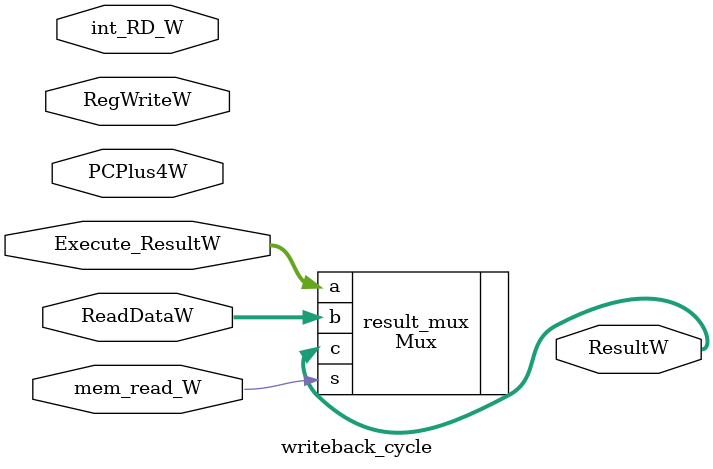
<source format=v>
module writeback_cycle(RegWriteW,int_RD_W,mem_read_W, PCPlus4W, Execute_ResultW, ReadDataW, ResultW);

// Declaration of IOs
input RegWriteW,int_RD_W; //useless
input [31:0] PCPlus4W; // useless
input mem_read_W; 
input [31:0] Execute_ResultW, ReadDataW;

output [31:0] ResultW;

// Declaration of Module
Mux result_mux (    
                .a(Execute_ResultW),
                .b(ReadDataW),
                .s(mem_read_W),
                .c(ResultW));
endmodule
</source>
